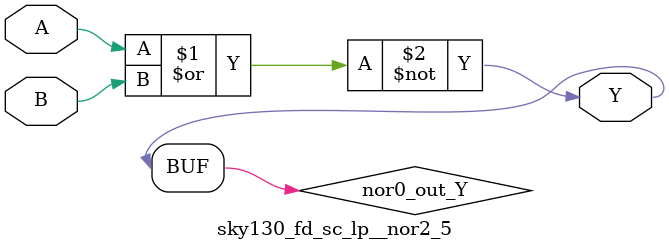
<source format=v>
module sky130_fd_sc_lp__nor2_5 (
    Y,
    A,
    B
);
    output Y;
    input  A;
    input  B;
    wire nor0_out_Y;
    nor nor0 (nor0_out_Y, A, B           );
    buf buf0 (Y         , nor0_out_Y     );
endmodule
</source>
